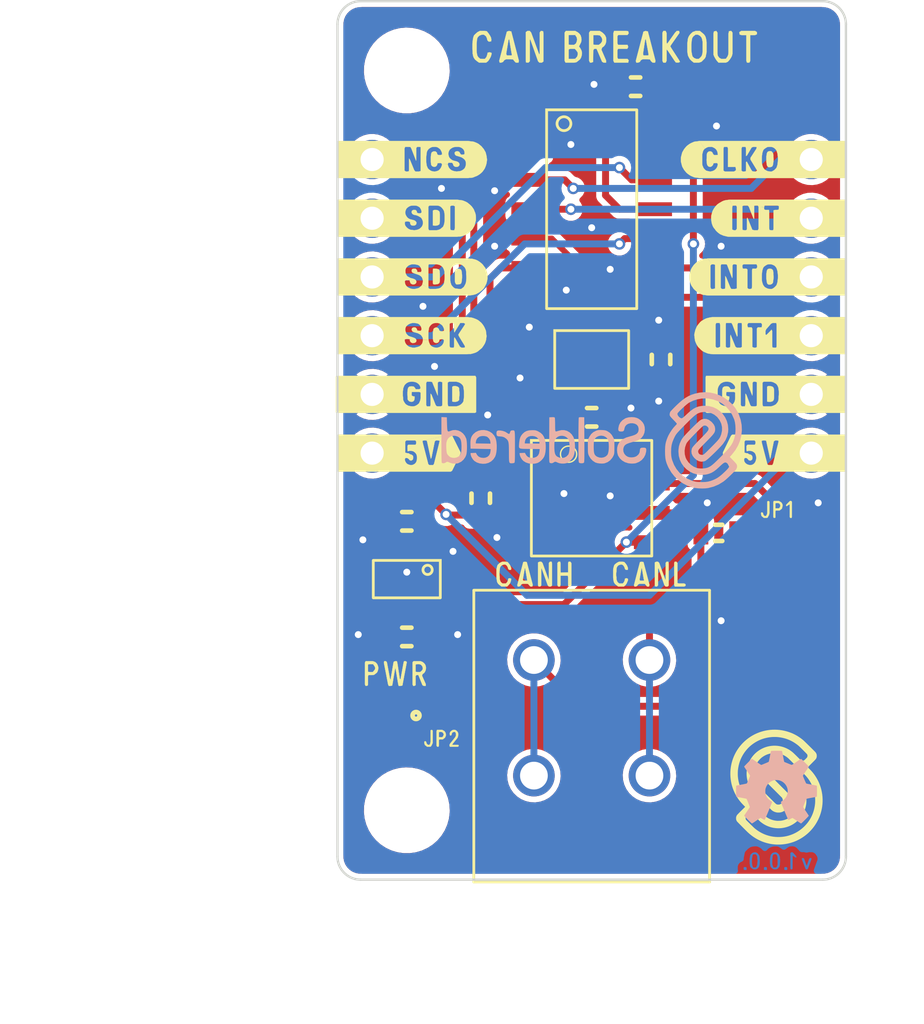
<source format=kicad_pcb>
(kicad_pcb (version 20210126) (generator pcbnew)
  (layers (0 "F.Cu" mixed) (31 "B.Cu" signal) (34 "B.Paste" user) (35 "F.Paste" user) (36 "B.SilkS" user "B.Silkscreen") (37 "F.SilkS" user "F.Silkscreen") (38 "B.Mask" user) (39 "F.Mask" user) (44 "Edge.Cuts" user))
  (net 0 "")
  (net 1 "OSC1")
  (net 2 "GND")
  (net 3 "Net-(C2-Pad2)")
  (net 4 "5V")
  (net 5 "3V3")
  (net 6 "Net-(JP1-Pad2)")
  (net 7 "CANH")
  (net 8 "CLKO")
  (net 9 "INT")
  (net 10 "INT0")
  (net 11 "INT1")
  (net 12 "nCS")
  (net 13 "SDI")
  (net 14 "SDO")
  (net 15 "SCK")
  (net 16 "CANL")
  (net 18 "RXD")
  (net 19 "TXD")
  (net 20 "Net-(D1-Pad1)")
  (net 21 "Net-(JP2-Pad2)")
  (footprint "buzzardLabel" (layer "F.Cu") (at 122.4 96.47)
    (fp_text reference "" (at 0 0) (layer "F.SilkS") (effects (font (size 1.27 1.27))))
    (fp_text value "" (at 0 0) (layer "F.SilkS") (effects (font (size 1.27 1.27))))
  )
  (footprint "e-radionica.com footprinti:0402R" (layer "F.Cu") (at 102.5 113.5 180)
    (fp_text reference "R2")
    (fp_text value "330R")
    (pad "1" smd rect (at -0.5 0 270) (size 0.64 0.54) (layers "F.Cu" "F.Paste" "F.Mask") (net 21 "Net-(JP2-Pad2)"))
    (pad "2" smd rect (at 0.5 0 270) (size 0.64 0.54) (layers "F.Cu" "F.Paste" "F.Mask") (net 20 "Net-(D1-Pad1)"))
  )
  (footprint "Soldered Graphics:Logo-Back-OSH-3.5mm" (layer "F.Cu") (at 119 116)
    (fp_text reference "G***" hide)
    (fp_text value "LOGO" hide)
  )
  (footprint "buzzardLabel" (layer "F.Cu") (at 122.4 91.39)
    (fp_text reference "" (at 0 0) (layer "F.SilkS") (effects (font (size 1.27 1.27))))
    (fp_text value "" (at 0 0) (layer "F.SilkS") (effects (font (size 1.27 1.27))))
  )
  (footprint "e-radionica.com footprinti:0603C" (layer "F.Cu") (at 111 100 180)
    (fp_text reference "C1")
    (fp_text value "22pF")
    (pad "1" smd rect (at -0.73 0 180) (size 0.66 1) (layers "F.Cu" "F.Paste" "F.Mask") (net 2 "GND"))
    (pad "2" smd rect (at 0.73 0 180) (size 0.66 1) (layers "F.Cu" "F.Paste" "F.Mask") (net 1 "OSC1"))
  )
  (footprint "e-radionica.com footprinti:HEADER_MALE_6X1" (layer "F.Cu") (at 101.5 95.2 90)
    (fp_text reference "K2")
    (fp_text value "HEADER_MALE_6X1")
    (pad "1" thru_hole circle (at -6.35 0 90) (size 1.7 1.7) (drill 1) (layers *.Cu *.Mask) (net 4 "5V"))
    (pad "2" thru_hole circle (at -3.81 0 90) (size 1.7 1.7) (drill 1) (layers *.Cu *.Mask) (net 2 "GND"))
    (pad "3" thru_hole circle (at -1.27 0 90) (size 1.7 1.7) (drill 1) (layers *.Cu *.Mask) (net 15 "SCK"))
    (pad "4" thru_hole circle (at 1.27 0 90) (size 1.7 1.7) (drill 1) (layers *.Cu *.Mask) (net 14 "SDO"))
    (pad "5" thru_hole circle (at 3.81 0 90) (size 1.7 1.7) (drill 1) (layers *.Cu *.Mask) (net 13 "SDI"))
    (pad "6" thru_hole circle (at 6.35 0 90) (size 1.7 1.7) (drill 1) (layers *.Cu *.Mask) (net 12 "nCS"))
  )
  (footprint "e-radionica.com footprinti:0603C" (layer "F.Cu") (at 103 104.5)
    (fp_text reference "C3")
    (fp_text value "2.2uF")
    (pad "1" smd rect (at -0.73 0) (size 0.66 1) (layers "F.Cu" "F.Paste" "F.Mask") (net 2 "GND"))
    (pad "2" smd rect (at 0.73 0) (size 0.66 1) (layers "F.Cu" "F.Paste" "F.Mask") (net 4 "5V"))
  )
  (footprint "buzzardLabel" (layer "F.Cu") (at 122.4 99.01)
    (fp_text reference "" (at 0 0) (layer "F.SilkS") (effects (font (size 1.27 1.27))))
    (fp_text value "" (at 0 0) (layer "F.SilkS") (effects (font (size 1.27 1.27))))
  )
  (footprint "buzzardLabel" (layer "F.Cu") (at 113.5 106.8)
    (fp_text reference "" (at 0 0) (layer "F.SilkS") (effects (font (size 1.27 1.27))))
    (fp_text value "" (at 0 0) (layer "F.SilkS") (effects (font (size 1.27 1.27))))
  )
  (footprint "buzzardLabel" (layer "F.Cu") (at 104.5 113.9)
    (fp_text reference "" (at 0 0) (layer "F.SilkS") (effects (font (size 1.27 1.27))))
    (fp_text value "" (at 0 0) (layer "F.SilkS") (effects (font (size 1.27 1.27))))
  )
  (footprint "e-radionica.com footprinti:SMD_JUMPER" (layer "F.Cu") (at 119 105 180)
    (fp_text reference "JP1")
    (fp_text value "SMD_JUMPER")
    (pad "1" smd rect (at -0.35 0 180) (size 0.5 1) (layers "F.Cu" "F.Mask") (net 7 "CANH"))
    (pad "2" smd rect (at 0.35 0 180) (size 0.5 1) (layers "F.Cu" "F.Mask") (net 6 "Net-(JP1-Pad2)"))
  )
  (footprint "e-radionica.com footprinti:0603C" (layer "F.Cu") (at 103 109.5)
    (fp_text reference "C5")
    (fp_text value "2.2uF")
    (pad "1" smd rect (at -0.73 0) (size 0.66 1) (layers "F.Cu" "F.Paste" "F.Mask") (net 2 "GND"))
    (pad "2" smd rect (at 0.73 0) (size 0.66 1) (layers "F.Cu" "F.Paste" "F.Mask") (net 5 "3V3"))
  )
  (footprint "buzzardLabel" (layer "F.Cu") (at 99.6 91.39)
    (fp_text reference "" (at 0 0) (layer "F.SilkS") (effects (font (size 1.27 1.27))))
    (fp_text value "" (at 0 0) (layer "F.SilkS") (effects (font (size 1.27 1.27))))
  )
  (footprint "e-radionica.com footprinti:HOLE_3.2mm" (layer "F.Cu") (at 103 117)
    (fp_text reference "H2" hide)
    (fp_text value "HOLE_3.2mm" hide)
    (pad "" np_thru_hole circle (at 0 0) (size 3.2 3.2) (drill 3.2) (layers F&B.Cu *.Mask))
  )
  (footprint "e-radionica.com footprinti:HOLE_3.2mm" (layer "F.Cu") (at 103 85)
    (fp_text reference "H1" hide)
    (fp_text value "HOLE_3.2mm" hide)
    (pad "" np_thru_hole circle (at 0 0) (size 3.2 3.2) (drill 3.2) (layers F&B.Cu *.Mask))
  )
  (footprint "buzzardLabel" (layer "F.Cu") (at 99.6 93.93)
    (fp_text reference "" (at 0 0) (layer "F.SilkS") (effects (font (size 1.27 1.27))))
    (fp_text value "" (at 0 0) (layer "F.SilkS") (effects (font (size 1.27 1.27))))
  )
  (footprint "e-radionica.com footprinti:FIDUCIAL_1MM_PASTE" (layer "F.Cu") (at 107 118)
    (fp_text reference "FD1")
    (fp_text value "Fiducial_Stencil")
    (pad "1" smd circle (at 0 0) (size 1 1) (property pad_prop_fiducial_glob) (layers "F.Cu" "F.Paste" "F.Mask"))
  )
  (footprint "e-radionica.com footprinti:0603C" (layer "F.Cu") (at 114 97.5 90)
    (fp_text reference "C2")
    (fp_text value "22pF")
    (pad "1" smd rect (at -0.73 0 90) (size 0.66 1) (layers "F.Cu" "F.Paste" "F.Mask") (net 2 "GND"))
    (pad "2" smd rect (at 0.73 0 90) (size 0.66 1) (layers "F.Cu" "F.Paste" "F.Mask") (net 3 "Net-(C2-Pad2)"))
  )
  (footprint "buzzardLabel" (layer "F.Cu") (at 119 104)
    (fp_text reference "" (at 0 0) (layer "F.SilkS") (effects (font (size 1.27 1.27))))
    (fp_text value "" (at 0 0) (layer "F.SilkS") (effects (font (size 1.27 1.27))))
  )
  (footprint "e-radionica.com footprinti:SOIC−8" (layer "F.Cu") (at 111 103.5)
    (fp_text reference "U3")
    (fp_text value "ATA6561-GAQW-N")
    (pad "1" smd rect (at -2.7 -1.905) (size 1.55 0.6) (layers "F.Cu" "F.Paste" "F.Mask") (net 19 "TXD"))
    (pad "2" smd rect (at -2.6 -0.635) (size 1.55 0.6) (layers "F.Cu" "F.Paste" "F.Mask") (net 2 "GND"))
    (pad "3" smd rect (at -2.6 0.635) (size 1.55 0.6) (layers "F.Cu" "F.Paste" "F.Mask") (net 4 "5V"))
    (pad "4" smd rect (at -2.6 1.905) (size 1.55 0.6) (layers "F.Cu" "F.Paste" "F.Mask") (net 18 "RXD"))
    (pad "5" smd rect (at 2.6 1.905) (size 1.55 0.6) (layers "F.Cu" "F.Paste" "F.Mask") (net 5 "3V3"))
    (pad "6" smd rect (at 2.6 0.635) (size 1.55 0.6) (layers "F.Cu" "F.Paste" "F.Mask") (net 16 "CANL"))
    (pad "7" smd rect (at 2.6 -0.635) (size 1.55 0.6) (layers "F.Cu" "F.Paste" "F.Mask") (net 7 "CANH"))
    (pad "8" smd rect (at 2.6 -1.905) (size 1.55 0.6) (layers "F.Cu" "F.Paste" "F.Mask") (net 2 "GND"))
  )
  (footprint "buzzardLabel" (layer "F.Cu") (at 122.4 93.93)
    (fp_text reference "" (at 0 0) (layer "F.SilkS") (effects (font (size 1.27 1.27))))
    (fp_text value "" (at 0 0) (layer "F.SilkS") (effects (font (size 1.27 1.27))))
  )
  (footprint "buzzardLabel" (layer "F.Cu") (at 102.5 111.1)
    (fp_text reference "" (at 0 0) (layer "F.SilkS") (effects (font (size 1.27 1.27))))
    (fp_text value "" (at 0 0) (layer "F.SilkS") (effects (font (size 1.27 1.27))))
  )
  (footprint "Soldered Graphics:Logo-Front-Soldered-5mm" (layer "F.Cu") (at 119 116)
    (fp_text reference "G***" hide)
    (fp_text value "LOGO" hide)
  )
  (footprint "buzzardLabel" (layer "F.Cu") (at 99.6 96.47)
    (fp_text reference "" (at 0 0) (layer "F.SilkS") (effects (font (size 1.27 1.27))))
    (fp_text value "" (at 0 0) (layer "F.SilkS") (effects (font (size 1.27 1.27))))
  )
  (footprint "buzzardLabel" (layer "F.Cu") (at 99.5275 99.01)
    (fp_text reference "" (at 0 0) (layer "F.SilkS") (effects (font (size 1.27 1.27))))
    (fp_text value "" (at 0 0) (layer "F.SilkS") (effects (font (size 1.27 1.27))))
  )
  (footprint "buzzardLabel" (layer "F.Cu") (at 99.6 101.55)
    (fp_text reference "" (at 0 0) (layer "F.SilkS") (effects (font (size 1.27 1.27))))
    (fp_text value "" (at 0 0) (layer "F.SilkS") (effects (font (size 1.27 1.27))))
  )
  (footprint "buzzardLabel" (layer "F.Cu") (at 122.4 101.55)
    (fp_text reference "" (at 0 0) (layer "F.SilkS") (effects (font (size 1.27 1.27))))
    (fp_text value "" (at 0 0) (layer "F.SilkS") (effects (font (size 1.27 1.27))))
  )
  (footprint "buzzardLabel" (layer "F.Cu") (at 108.5 106.8)
    (fp_text reference "" (at 0 0) (layer "F.SilkS") (effects (font (size 1.27 1.27))))
    (fp_text value "" (at 0 0) (layer "F.SilkS") (effects (font (size 1.27 1.27))))
  )
  (footprint "buzzardLabel" (layer "F.Cu") (at 99.6 88.85)
    (fp_text reference "" (at 0 0) (layer "F.SilkS") (effects (font (size 1.27 1.27))))
    (fp_text value "" (at 0 0) (layer "F.SilkS") (effects (font (size 1.27 1.27))))
  )
  (footprint "e-radionica.com footprinti:KRISTAL_3225__4_PAD" (layer "F.Cu") (at 111 97.5)
    (fp_text reference "X1")
    (fp_text value "40MHz")
    (pad "1" smd rect (at -1.1 0.8) (size 1.4 1.2) (layers "F.Cu" "F.Paste" "F.Mask") (net 1 "OSC1"))
    (pad "2" smd rect (at 1.1 0.8) (size 1.4 1.2) (layers "F.Cu" "F.Paste" "F.Mask") (net 2 "GND"))
    (pad "3" smd rect (at 1.1 -0.8) (size 1.4 1.2) (layers "F.Cu" "F.Paste" "F.Mask") (net 3 "Net-(C2-Pad2)"))
    (pad "4" smd rect (at -1.1 -0.8) (size 1.4 1.2) (layers "F.Cu" "F.Paste" "F.Mask") (net 2 "GND"))
  )
  (footprint "e-radionica.com footprinti:0603C" (layer "F.Cu") (at 106.2 103.5 90)
    (fp_text reference "C6")
    (fp_text value "0.1uF")
    (pad "1" smd rect (at -0.73 0 90) (size 0.66 1) (layers "F.Cu" "F.Paste" "F.Mask") (net 4 "5V"))
    (pad "2" smd rect (at 0.73 0 90) (size 0.66 1) (layers "F.Cu" "F.Paste" "F.Mask") (net 2 "GND"))
  )
  (footprint "e-radionica.com footprinti:0402LED" (layer "F.Cu") (at 102.5 112.3)
    (fp_text reference "D1")
    (fp_text value "purple")
    (pad "1" smd rect (at -0.55 0 90) (size 0.75 0.45) (layers "F.Cu" "F.Paste" "F.Mask") (net 20 "Net-(D1-Pad1)"))
    (pad "2" smd rect (at 0.55 0 90) (size 0.75 0.45) (layers "F.Cu" "F.Paste" "F.Mask") (net 2 "GND"))
  )
  (footprint "buzzardLabel" (layer "F.Cu") (at 122.4 88.85)
    (fp_text reference "" (at 0 0) (layer "F.SilkS") (effects (font (size 1.27 1.27))))
    (fp_text value "" (at 0 0) (layer "F.SilkS") (effects (font (size 1.27 1.27))))
  )
  (footprint "buzzardLabel" (layer "F.Cu") (at 112 84)
    (fp_text reference "" (at 0 0) (layer "F.SilkS") (effects (font (size 1.27 1.27))))
    (fp_text value "" (at 0 0) (layer "F.SilkS") (effects (font (size 1.27 1.27))))
  )
  (footprint "e-radionica.com footprinti:HEADER_MALE_6X1" (layer "F.Cu") (at 120.5 95.2 90)
    (fp_text reference "K1")
    (fp_text value "HEADER_MALE_6X1")
    (pad "1" thru_hole circle (at -6.35 0 90) (size 1.7 1.7) (drill 1) (layers *.Cu *.Mask) (net 4 "5V"))
    (pad "2" thru_hole circle (at -3.81 0 90) (size 1.7 1.7) (drill 1) (layers *.Cu *.Mask) (net 2 "GND"))
    (pad "3" thru_hole circle (at -1.27 0 90) (size 1.7 1.7) (drill 1) (layers *.Cu *.Mask) (net 11 "INT1"))
    (pad "4" thru_hole circle (at 1.27 0 90) (size 1.7 1.7) (drill 1) (layers *.Cu *.Mask) (net 10 "INT0"))
    (pad "5" thru_hole circle (at 3.81 0 90) (size 1.7 1.7) (drill 1) (layers *.Cu *.Mask) (net 9 "INT"))
    (pad "6" thru_hole circle (at 6.35 0 90) (size 1.7 1.7) (drill 1) (layers *.Cu *.Mask) (net 8 "CLKO"))
  )
  (footprint "e-radionica.com footprinti:SOIC-14" (layer "F.Cu") (at 111 91)
    (fp_text reference "U2")
    (fp_text value "MCP2518FD")
    (pad "1" smd rect (at -2.7 -3.81) (size 1.55 0.6) (layers "F.Cu" "F.Paste" "F.Mask") (net 19 "TXD"))
    (pad "2" smd rect (at -2.7 -2.54) (size 1.55 0.6) (layers "F.Cu" "F.Paste" "F.Mask") (net 18 "RXD"))
    (pad "3" smd rect (at -2.7 -1.27) (size 1.55 0.6) (layers "F.Cu" "F.Paste" "F.Mask") (net 8 "CLKO"))
    (pad "4" smd rect (at -2.7 0) (size 1.55 0.6) (layers "F.Cu" "F.Paste" "F.Mask") (net 9 "INT"))
    (pad "5" smd rect (at -2.7 1.27) (size 1.55 0.6) (layers "F.Cu" "F.Paste" "F.Mask") (net 3 "Net-(C2-Pad2)"))
    (pad "6" smd rect (at -2.7 2.54) (size 1.55 0.6) (layers "F.Cu" "F.Paste" "F.Mask") (net 1 "OSC1"))
    (pad "7" smd rect (at -2.7 3.81) (size 1.55 0.6) (layers "F.Cu" "F.Paste" "F.Mask") (net 2 "GND"))
    (pad "8" smd rect (at 2.7 3.81) (size 1.55 0.6) (layers "F.Cu" "F.Paste" "F.Mask") (net 11 "INT1"))
    (pad "9" smd rect (at 2.7 2.54) (size 1.55 0.6) (layers "F.Cu" "F.Paste" "F.Mask") (net 10 "INT0"))
    (pad "10" smd rect (at 2.7 1.27) (size 1.55 0.6) (layers "F.Cu" "F.Paste" "F.Mask") (net 15 "SCK"))
    (pad "11" smd rect (at 2.7 0) (size 1.55 0.6) (layers "F.Cu" "F.Paste" "F.Mask") (net 13 "SDI"))
    (pad "12" smd rect (at 2.7 -1.27) (size 1.55 0.6) (layers "F.Cu" "F.Paste" "F.Mask") (net 14 "SDO"))
    (pad "13" smd rect (at 2.7 -2.54) (size 1.55 0.6) (layers "F.Cu" "F.Paste" "F.Mask") (net 12 "nCS"))
    (pad "14" smd rect (at 2.7 -3.81) (size 1.55 0.6) (layers "F.Cu" "F.Paste" "F.Mask") (net 5 "3V3"))
  )
  (footprint "e-radionica.com footprinti:TERMINAL_KF235-5.0-2P" (layer "F.Cu") (at 111 113)
    (fp_text reference "K3")
    (fp_text value "TERMINAL_KF235-5.0-2P")
    (pad "1" thru_hole circle (at 2.5 -2.5) (size 1.8 1.8) (drill 1.2) (layers *.Cu *.Mask) (net 16 "CANL"))
    (pad "1" thru_hole circle (at 2.5 2.5) (size 1.8 1.8) (drill 1.2) (layers *.Cu *.Mask) (net 16 "CANL"))
    (pad "2" thru_hole circle (at -2.5 -2.5) (size 1.8 1.8) (drill 1.2) (layers *.Cu *.Mask) (net 7 "CANH"))
    (pad "2" thru_hole circle (at -2.5 2.5) (size 1.8 1.8) (drill 1.2) (layers *.Cu *.Mask) (net 7 "CANH"))
  )
  (footprint "e-radionica.com footprinti:0603C" (layer "F.Cu") (at 112.9 85.7)
    (fp_text reference "C4")
    (fp_text value "0.1uF")
    (pad "1" smd rect (at -0.73 0) (size 0.66 1) (layers "F.Cu" "F.Paste" "F.Mask") (net 2 "GND"))
    (pad "2" smd rect (at 0.73 0) (size 0.66 1) (layers "F.Cu" "F.Paste" "F.Mask") (net 5 "3V3"))
  )
  (footprint "Soldered Graphics:Logo-Back-SolderedFULL-13mm" (layer "F.Cu") (at 111 101)
    (fp_text reference "REF**" hide)
    (fp_text value "Logo-Front-SolderedFULL-13mm" hide)
  )
  (footprint "e-radionica.com footprinti:SOT-23-5" (layer "F.Cu") (at 103 107 -90)
    (fp_text reference "U1")
    (fp_text value "SE5218")
    (pad "1" smd rect (at -1.1 -0.95 270) (size 0.7 0.45) (layers "F.Cu" "F.Paste" "F.Mask") (net 4 "5V"))
    (pad "2" smd rect (at -1.1 0 270) (size 0.7 0.45) (layers "F.Cu" "F.Paste" "F.Mask") (net 2 "GND"))
    (pad "3" smd rect (at -1.1 0.95 270) (size 0.7 0.45) (layers "F.Cu" "F.Paste" "F.Mask") (net 4 "5V"))
    (pad "4" smd rect (at 1.1 0.95 270) (size 0.7 0.45) (layers "F.Cu" "F.Paste" "F.Mask"))
    (pad "5" smd rect (at 1.1 -0.95 270) (size 0.7 0.45) (layers "F.Cu" "F.Paste" "F.Mask") (net 5 "3V3"))
  )
  (footprint "e-radionica.com footprinti:0603R" (layer "F.Cu") (at 116.5 105 180)
    (fp_text reference "R1")
    (fp_text value "120R")
    (pad "1" smd rect (at -0.775 0 270) (size 1 0.64) (layers "F.Cu" "F.Paste" "F.Mask") (net 6 "Net-(JP1-Pad2)"))
    (pad "2" smd rect (at 0.775 0 270) (size 1 0.64) (layers "F.Cu" "F.Paste" "F.Mask") (net 16 "CANL"))
  )
  (footprint "e-radionica.com footprinti:SMD-JUMPER-CONNECTED_TRACE_NOSLODERMASK" (layer "F.Cu") (at 104.5 112.9 180)
    (fp_text reference "JP2")
    (fp_text value "SMD-JUMPER-CONNECTED_TRACE_NOSLODERMASK")
    (fp_poly (pts (xy 0.1 0.1) (xy -0.1 0.1) (xy -0.1 -0.1) (xy 0.1 -0.1)) (layer "F.Cu") (width 0.1) (fill solid))
    (pad "1" smd rect (at -0.35 0 180) (size 0.5 1) (layers "F.Cu") (net 5 "3V3"))
    (pad "2" smd rect (at 0.35 0 180) (size 0.5 1) (layers "F.Cu") (net 21 "Net-(JP2-Pad2)"))
  )
  (footprint "Soldered Graphics:Version1.0.0." (layer "B.Cu") (at 119 119.2 180)
    (fp_text reference "" (at 0 0) (layer "B.SilkS") (effects (font (size 1.27 1.27)) (justify mirror)))
    (fp_text value "" (at 0 0) (layer "B.SilkS") (effects (font (size 1.27 1.27)) (justify mirror)))
    (fp_poly (pts (xy -0.67 -0.35) (xy -0.62 -0.35) (xy -0.6 -0.31) (xy -0.6 0.35) (xy -0.64 0.38) (xy -0.69 0.38) (xy -0.73 0.34) (xy -0.84 0.22) (xy -0.86 0.17) (xy -0.83 0.16) (xy -0.73 0.22) (xy -0.69 0.23) (xy -0.69 -0.31) (xy -0.67 -0.35)) (layer "B.Cu") (width 0.01) (fill solid))
    (fp_poly (pts (xy 0.93 -0.35) (xy 0.99 -0.35) (xy 1.04 -0.33) (xy 1.01 -0.28) (xy 0.91 -0.28) (xy 0.87 -0.25) (xy 0.85 -0.2) (xy 0.83 -0.15) (xy 0.83 -0.11) (xy 0.82 0.01) (xy 0.83 0.13) (xy 0.83 0.17) (xy 0.84 0.22) (xy 0.87 0.27) (xy 0.9 0.3) (xy 1.01 0.3) (xy 1.04 0.26) (xy 1.05 0.21) (xy 1.06 0.15) (xy 1.07 0.05) (xy 1.07 -0.08) (xy 1.06 -0.12) (xy 1.06 -0.17) (xy 1.04 -0.22) (xy 1.02 -0.27) (xy 1.01 -0.28) (xy 1.05 -0.32) (xy 1.09 -0.29) (xy 1.12 -0.26) (xy 1.14 -0.22) (xy 1.15 -0.16) (xy 1.16 -0.11) (xy 1.16 -0.06) (xy 1.16 0.06) (xy 1.16 0.12) (xy 1.15 0.17) (xy 1.14 0.22) (xy 1.13 0.27) (xy 1.1 0.3) (xy 1.06 0.34) (xy 1.01 0.37) (xy 0.95 0.38) (xy 0.9 0.38) (xy 0.84 0.35) (xy 0.8 0.31) (xy 0.78 0.28) (xy 0.75 0.23) (xy 0.74 0.18) (xy 0.74 0.13) (xy 0.73 0.08) (xy 0.73 -0.04) (xy 0.73 -0.1) (xy 0.74 -0.14) (xy 0.75 -0.2) (xy 0.77 -0.25) (xy 0.79 -0.28) (xy 0.83 -0.32) (xy 0.89 -0.35) (xy 0.93 -0.35)) (layer "B.Cu") (width 0.01) (fill solid))
    (fp_poly (pts (xy 0.06 -0.35) (xy 0.11 -0.35) (xy 0.17 -0.33) (xy 0.13 -0.28) (xy 0.03 -0.28) (xy -0.01 -0.25) (xy -0.03 -0.2) (xy -0.05 -0.15) (xy -0.05 -0.11) (xy -0.05 0.01) (xy -0.05 0.13) (xy -0.05 0.17) (xy -0.03 0.22) (xy -0.01 0.27) (xy 0.02 0.3) (xy 0.13 0.3) (xy 0.16 0.26) (xy 0.18 0.21) (xy 0.18 0.15) (xy 0.19 0.05) (xy 0.19 -0.08) (xy 0.19 -0.12) (xy 0.18 -0.17) (xy 0.16 -0.22) (xy 0.14 -0.27) (xy 0.14 -0.28) (xy 0.17 -0.32) (xy 0.21 -0.29) (xy 0.24 -0.26) (xy 0.26 -0.22) (xy 0.27 -0.16) (xy 0.28 -0.11) (xy 0.28 -0.06) (xy 0.28 0.06) (xy 0.28 0.12) (xy 0.27 0.17) (xy 0.26 0.22) (xy 0.25 0.27) (xy 0.22 0.3) (xy 0.19 0.34) (xy 0.13 0.37) (xy 0.08 0.38) (xy 0.02 0.38) (xy -0.03 0.35) (xy -0.08 0.31) (xy -0.1 0.28) (xy -0.12 0.23) (xy -0.14 0.18) (xy -0.14 0.13) (xy -0.15 0.08) (xy -0.15 -0.04) (xy -0.14 -0.1) (xy -0.14 -0.14) (xy -0.13 -0.2) (xy -0.11 -0.25) (xy -0.08 -0.28) (xy -0.05 -0.32) (xy 0.01 -0.35) (xy 0.06 -0.35)) (layer "B.Cu") (width 0.01) (fill solid))
    (fp_poly (pts (xy -1.33 -0.35) (xy -1.27 -0.35) (xy -1.25 -0.31) (xy -1.09 0.1) (xy -1.11 0.13) (xy -1.16 0.13) (xy -1.19 0.1) (xy -1.28 -0.16) (xy -1.3 -0.21) (xy -1.32 -0.17) (xy -1.41 0.09) (xy -1.44 0.13) (xy -1.49 0.13) (xy -1.51 0.1) (xy -1.36 -0.31) (xy -1.33 -0.35)) (layer "B.Cu") (width 0.01) (fill solid))
    (fp_poly (pts (xy 1.31 -0.38) (xy 1.36 -0.38) (xy 1.41 -0.37) (xy 1.42 -0.33) (xy 1.42 -0.27) (xy 1.38 -0.26) (xy 1.33 -0.26) (xy 1.3 -0.29) (xy 1.3 -0.34) (xy 1.31 -0.38)) (layer "B.Cu") (width 0.01) (fill solid))
    (fp_poly (pts (xy -0.44 -0.38) (xy -0.39 -0.38) (xy -0.34 -0.37) (xy -0.34 -0.33) (xy -0.34 -0.27) (xy -0.38 -0.26) (xy -0.43 -0.26) (xy -0.46 -0.29) (xy -0.46 -0.34) (xy -0.44 -0.38)) (layer "B.Cu") (width 0.01) (fill solid))
    (fp_poly (pts (xy 0.43 -0.38) (xy 0.48 -0.38) (xy 0.54 -0.37) (xy 0.54 -0.33) (xy 0.54 -0.27) (xy 0.5 -0.26) (xy 0.45 -0.26) (xy 0.42 -0.29) (xy 0.42 -0.34) (xy 0.43 -0.38)) (layer "B.Cu") (width 0.01) (fill solid))
  )
  (gr_line (start 100 119) (end 100 83) (layer "Edge.Cuts") (width 0.1))
  (gr_arc (start 101 83) (end 101 82) (angle -90) (layer "Edge.Cuts") (width 0.1))
  (gr_arc (start 121 83) (end 121 82) (angle 90) (layer "Edge.Cuts") (width 0.1))
  (gr_arc (start 121 119) (end 121 120) (angle -90) (layer "Edge.Cuts") (width 0.1))
  (gr_line (start 121 120) (end 101 120) (layer "Edge.Cuts") (width 0.1))
  (gr_line (start 101 82) (end 121 82) (layer "Edge.Cuts") (width 0.1))
  (gr_line (start 122 83) (end 122 119) (layer "Edge.Cuts") (width 0.1))
  (gr_arc (start 101 119) (end 101 120) (angle 90) (layer "Edge.Cuts") (width 0.1))
  (segment (start 109 98.3) (end 109.9 98.3) (width 0.3) (layer "F.Cu") (net 1))
  (segment (start 107.06 93.54) (end 106.6 94) (width 0.3) (layer "F.Cu") (net 1))
  (segment (start 110.27 98.67) (end 109.9 98.3) (width 0.3) (layer "F.Cu") (net 1))
  (segment (start 108.3 93.54) (end 107.06 93.54) (width 0.3) (layer "F.Cu") (net 1))
  (segment (start 106.6 94) (end 106.6 95.9) (width 0.3) (layer "F.Cu") (net 1))
  (segment (start 110.27 100) (end 110.27 98.67) (width 0.3) (layer "F.Cu") (net 1))
  (segment (start 106.6 95.9) (end 109 98.3) (width 0.3) (layer "F.Cu") (net 1))
  (via (at 105 105.8) (size 0.5) (drill 0.3) (layers "F.Cu" "B.Cu") (net 2))
  (via (at 103 106.7) (size 0.5) (drill 0.3) (layers "F.Cu" "B.Cu") (net 2))
  (via (at 109.9 94.5) (size 0.5) (drill 0.3) (layers "F.Cu" "B.Cu") (net 2))
  (via (at 106.5 99.9) (size 0.5) (drill 0.3) (layers "F.Cu" "B.Cu") (net 2))
  (via (at 100.9 109.4) (size 0.5) (drill 0.3) (layers "F.Cu" "B.Cu") (net 2))
  (via (at 106.8 90.2) (size 0.5) (drill 0.3) (layers "F.Cu" "B.Cu") (net 2))
  (via (at 101.1 105.3) (size 0.5) (drill 0.3) (layers "F.Cu" "B.Cu") (net 2))
  (via (at 106.9 105.2) (size 0.5) (drill 0.3) (layers "F.Cu" "B.Cu") (net 2))
  (via (at 108.3 96.1) (size 0.5) (drill 0.3) (layers "F.Cu" "B.Cu") (net 2))
  (via (at 113.9 99.3) (size 0.5) (drill 0.3) (layers "F.Cu" "B.Cu") (net 2))
  (via (at 111 91.8) (size 0.5) (drill 0.3) (layers "F.Cu" "B.Cu") (net 2))
  (via (at 116.4 87.4) (size 0.5) (drill 0.3) (layers "F.Cu" "B.Cu") (net 2))
  (via (at 113.9 95.8) (size 0.5) (drill 0.3) (layers "F.Cu" "B.Cu") (net 2))
  (via (at 107.9 98.3) (size 0.5) (drill 0.3) (layers "F.Cu" "B.Cu") (net 2))
  (via (at 105.2 109.4) (size 0.5) (drill 0.3) (layers "F.Cu" "B.Cu") (net 2))
  (via (at 112.7 99.6) (size 0.5) (drill 0.3) (layers "F.Cu" "B.Cu") (net 2))
  (via (at 111.1 85.6) (size 0.5) (drill 0.3) (layers "F.Cu" "B.Cu") (net 2))
  (via (at 116 103.7) (size 0.5) (drill 0.3) (layers "F.Cu" "B.Cu") (net 2))
  (via (at 106.8 92.6) (size 0.5) (drill 0.3) (layers "F.Cu" "B.Cu") (net 2))
  (via (at 111.8 103.4) (size 0.5) (drill 0.3) (layers "F.Cu" "B.Cu") (net 2))
  (via (at 103.7 95.2) (size 0.5) (drill 0.3) (layers "F.Cu" "B.Cu") (net 2))
  (via (at 110.1 88.2) (size 0.5) (drill 0.3) (layers "F.Cu" "B.Cu") (net 2))
  (via (at 111.8 93.6) (size 0.5) (drill 0.3) (layers "F.Cu" "B.Cu") (net 2))
  (via (at 116.6 108.8) (size 0.5) (drill 0.3) (layers "F.Cu" "B.Cu") (net 2))
  (via (at 104.2 97.8) (size 0.5) (drill 0.3) (layers "F.Cu" "B.Cu") (net 2))
  (via (at 104.5 90.1) (size 0.5) (drill 0.3) (layers "F.Cu" "B.Cu") (net 2))
  (via (at 109.8 103.3) (size 0.5) (drill 0.3) (layers "F.Cu" "B.Cu") (net 2))
  (via (at 116.6 92.6) (size 0.5) (drill 0.3) (layers "F.Cu" "B.Cu") (net 2))
  (via (at 120.8 103.7) (size 0.5) (drill 0.3) (layers "F.Cu" "B.Cu") (net 2))
  (segment (start 109.27 92.27) (end 111.7 94.7) (width 0.254) (layer "F.Cu") (net 3))
  (segment (start 114 96.77) (end 112.17 96.77) (width 0.3) (layer "F.Cu") (net 3))
  (segment (start 112.17 96.77) (end 112.1 96.7) (width 0.3) (layer "F.Cu") (net 3))
  (segment (start 111.7 94.7) (end 111.7 96.3) (width 0.254) (layer "F.Cu") (net 3))
  (segment (start 108.3 92.27) (end 109.27 92.27) (width 0.254) (layer "F.Cu") (net 3))
  (segment (start 111.7 96.3) (end 112.1 96.7) (width 0.254) (layer "F.Cu") (net 3))
  (segment (start 103.95 105.15) (end 103.95 105.9) (width 0.3) (layer "F.Cu") (net 4))
  (segment (start 102.6 107.5) (end 103.5 107.5) (width 0.254) (layer "F.Cu") (net 4))
  (segment (start 103.73 103.23) (end 104.73 104.23) (width 0.3) (layer "F.Cu") (net 4))
  (segment (start 102.05 106.95) (end 102.6 107.5) (width 0.254) (layer "F.Cu") (net 4))
  (segment (start 106.295 104.135) (end 106.2 104.23) (width 0.3) (layer "F.Cu") (net 4))
  (segment (start 103.73 103.23) (end 103.73 104.5) (width 0.3) (layer "F.Cu") (net 4))
  (segment (start 102.05 105.9) (end 102.05 106.95) (width 0.254) (layer "F.Cu") (net 4))
  (segment (start 103.73 104.93) (end 103.95 105.15) (width 0.3) (layer "F.Cu") (net 4))
  (segment (start 102.05 101.55) (end 103.73 103.23) (width 0.3) (layer "F.Cu") (net 4))
  (segment (start 103.5 107.5) (end 103.95 107.05) (width 0.254) (layer "F.Cu") (net 4))
  (segment (start 103.73 104.5) (end 103.73 104.93) (width 0.3) (layer "F.Cu") (net 4))
  (segment (start 101.5 101.55) (end 101.5 101.6) (width 0.3) (layer "F.Cu") (net 4))
  (segment (start 104.73 104.23) (end 106.2 104.23) (width 0.3) (layer "F.Cu") (net 4))
  (segment (start 106.17 104.2) (end 106.2 104.23) (width 0.3) (layer "F.Cu") (net 4))
  (segment (start 103.95 107.05) (end 103.95 105.9) (width 0.254) (layer "F.Cu") (net 4))
  (segment (start 108.4 104.135) (end 106.295 104.135) (width 0.3) (layer "F.Cu") (net 4))
  (segment (start 101.5 101.55) (end 102.05 101.55) (width 0.3) (layer "F.Cu") (net 4))
  (via (at 104.7 104.2) (size 0.5) (drill 0.3) (layers "F.Cu" "B.Cu") (net 4))
  (segment (start 119.65 101.55) (end 113.5 107.7) (width 0.3) (layer "B.Cu") (net 4))
  (segment (start 120.5 101.55) (end 119.65 101.55) (width 0.3) (layer "B.Cu") (net 4))
  (segment (start 113.5 107.7) (end 108.2 107.7) (width 0.3) (layer "B.Cu") (net 4))
  (segment (start 108.2 107.7) (end 104.7 104.2) (width 0.3) (layer "B.Cu") (net 4))
  (segment (start 115.4 92.5) (end 115.4 86.3) (width 0.3) (layer "F.Cu") (net 5))
  (segment (start 104.85 111.35) (end 103.73 110.23) (width 0.254) (layer "F.Cu") (net 5))
  (segment (start 114.8 85.7) (end 113.63 85.7) (width 0.3) (layer "F.Cu") (net 5))
  (segment (start 103.73 109.5) (end 103.73 108.32) (width 0.3) (layer "F.Cu") (net 5))
  (segment (start 115.4 86.3) (end 114.8 85.7) (width 0.3) (layer "F.Cu") (net 5))
  (segment (start 113.63 85.7) (end 113.63 87.12) (width 0.3) (layer "F.Cu") (net 5))
  (segment (start 104.85 111.35) (end 104.85 112.9) (width 0.254) (layer "F.Cu") (net 5))
  (segment (start 103.95 108.1) (end 109.8 108.1) (width 0.3) (layer "F.Cu") (net 5))
  (segment (start 103.73 108.32) (end 103.95 108.1) (width 0.3) (layer "F.Cu") (net 5))
  (segment (start 103.73 110.23) (end 103.73 109.5) (width 0.254) (layer "F.Cu") (net 5))
  (segment (start 112.505 105.405) (end 113.6 105.405) (width 0.3) (layer "F.Cu") (net 5))
  (segment (start 112.5 105.4) (end 112.505 105.405) (width 0.3) (layer "F.Cu") (net 5))
  (segment (start 109.8 108.1) (end 112.5 105.4) (width 0.3) (layer "F.Cu") (net 5))
  (segment (start 113.63 87.12) (end 113.7 87.19) (width 0.3) (layer "F.Cu") (net 5))
  (via (at 115.4 92.5) (size 0.5) (drill 0.3) (layers "F.Cu" "B.Cu") (net 5))
  (via (at 112.5 105.4) (size 0.5) (drill 0.3) (layers "F.Cu" "B.Cu") (net 5))
  (segment (start 115.4 92.5) (end 115.4 95.6) (width 0.3) (layer "B.Cu") (net 5))
  (segment (start 115.4 102.5) (end 115.4 95.6) (width 0.3) (layer "B.Cu") (net 5))
  (segment (start 112.5 105.4) (end 115.4 102.5) (width 0.3) (layer "B.Cu") (net 5))
  (segment (start 118.65 105) (end 117.275 105) (width 0.3) (layer "F.Cu") (net 6))
  (segment (start 115.8 112.5) (end 119.35 108.95) (width 0.3) (layer "F.Cu") (net 7))
  (segment (start 110.5 112.5) (end 115.8 112.5) (width 0.3) (layer "F.Cu") (net 7))
  (segment (start 119.35 108.95) (end 119.35 105) (width 0.3) (layer "F.Cu") (net 7))
  (segment (start 118.065 102.865) (end 119.35 104.15) (width 0.3) (layer "F.Cu") (net 7))
  (segment (start 113.6 102.865) (end 118.065 102.865) (width 0.3) (layer "F.Cu") (net 7))
  (segment (start 119.35 104.15) (end 119.35 105) (width 0.3) (layer "F.Cu") (net 7))
  (segment (start 108.5 110.5) (end 110.5 112.5) (width 0.3) (layer "F.Cu") (net 7))
  (segment (start 108.5 110.5) (end 108.5 115.5) (width 0.3) (layer "B.Cu") (net 7))
  (segment (start 110.2 90.1) (end 109.83 89.73) (width 0.3) (layer "F.Cu") (net 8))
  (segment (start 109.83 89.73) (end 108.3 89.73) (width 0.3) (layer "F.Cu") (net 8))
  (via (at 110.2 90.1) (size 0.5) (drill 0.3) (layers "F.Cu" "B.Cu") (net 8))
  (segment (start 119.15 88.85) (end 120.5 88.85) (width 0.3) (layer "B.Cu") (net 8))
  (segment (start 110.2 90.1) (end 117.9 90.1) (width 0.3) (layer "B.Cu") (net 8))
  (segment (start 117.9 90.1) (end 119.15 88.85) (width 0.3) (layer "B.Cu") (net 8))
  (segment (start 110.1 91) (end 108.3 91) (width 0.3) (layer "F.Cu") (net 9))
  (via (at 110.1 91) (size 0.5) (drill 0.3) (layers "F.Cu" "B.Cu") (net 9))
  (segment (start 110.1 91) (end 120.11 91) (width 0.3) (layer "B.Cu") (net 9))
  (segment (start 120.11 91) (end 120.5 91.39) (width 0.3) (layer "B.Cu") (net 9))
  (segment (start 117.33 93.93) (end 116.94 93.54) (width 0.3) (layer "F.Cu") (net 10))
  (segment (start 120.5 93.93) (end 117.33 93.93) (width 0.3) (layer "F.Cu") (net 10))
  (segment (start 116.94 93.54) (end 113.7 93.54) (width 0.3) (layer "F.Cu") (net 10))
  (segment (start 118.1 96.4) (end 120.43 96.4) (width 0.3) (layer "F.Cu") (net 11))
  (segment (start 120.43 96.4) (end 120.5 96.47) (width 0.3) (layer "F.Cu") (net 11))
  (segment (start 113.7 94.81) (end 116.51 94.81) (width 0.3) (layer "F.Cu") (net 11))
  (segment (start 116.51 94.81) (end 118.1 96.4) (width 0.3) (layer "F.Cu") (net 11))
  (segment (start 113.7 88.46) (end 112.76 88.46) (width 0.3) (layer "F.Cu") (net 12))
  (segment (start 107.1 85.6) (end 103.85 88.85) (width 0.3) (layer "F.Cu") (net 12))
  (segment (start 109.9 85.6) (end 107.1 85.6) (width 0.3) (layer "F.Cu") (net 12))
  (segment (start 112.76 88.46) (end 109.9 85.6) (width 0.3) (layer "F.Cu") (net 12))
  (segment (start 103.85 88.85) (end 101.5 88.85) (width 0.3) (layer "F.Cu") (net 12))
  (segment (start 111.6 90.4) (end 112.2 91) (width 0.3) (layer "F.Cu") (net 13))
  (segment (start 112.2 91) (end 113.7 91) (width 0.3) (layer "F.Cu") (net 13))
  (segment (start 102.01 91.39) (end 107.2 86.2) (width 0.3) (layer "F.Cu") (net 13))
  (segment (start 109.5 86.2) (end 111.6 88.3) (width 0.3) (layer "F.Cu") (net 13))
  (segment (start 101.5 91.39) (end 102.01 91.39) (width 0.3) (layer "F.Cu") (net 13))
  (segment (start 107.2 86.2) (end 109.5 86.2) (width 0.3) (layer "F.Cu") (net 13))
  (segment (start 111.6 88.3) (end 111.6 90.4) (width 0.3) (layer "F.Cu") (net 13))
  (segment (start 112.73 89.73) (end 112.2 89.2) (width 0.3) (layer "F.Cu") (net 14))
  (segment (start 113.7 89.73) (end 112.73 89.73) (width 0.3) (layer "F.Cu") (net 14))
  (via (at 112.2 89.2) (size 0.5) (drill 0.3) (layers "F.Cu" "B.Cu") (net 14))
  (segment (start 104.27 93.93) (end 101.5 93.93) (width 0.3) (layer "B.Cu") (net 14))
  (segment (start 109 89.2) (end 104.27 93.93) (width 0.3) (layer "B.Cu") (net 14))
  (segment (start 112.2 89.2) (end 109 89.2) (width 0.3) (layer "B.Cu") (net 14))
  (segment (start 113.7 92.27) (end 112.43 92.27) (width 0.3) (layer "F.Cu") (net 15))
  (segment (start 112.43 92.27) (end 112.2 92.5) (width 0.3) (layer "F.Cu") (net 15))
  (via (at 112.2 92.5) (size 0.5) (drill 0.3) (layers "F.Cu" "B.Cu") (net 15))
  (segment (start 104.13 96.47) (end 101.5 96.47) (width 0.3) (layer "B.Cu") (net 15))
  (segment (start 112.2 92.5) (end 108.1 92.5) (width 0.3) (layer "B.Cu") (net 15))
  (segment (start 108.1 92.5) (end 104.13 96.47) (width 0.3) (layer "B.Cu") (net 15))
  (segment (start 113.5 110.5) (end 113.5 108.9) (width 0.3) (layer "F.Cu") (net 16))
  (segment (start 113.5 108.9) (end 115.725 106.675) (width 0.3) (layer "F.Cu") (net 16))
  (segment (start 113.6 104.135) (end 114.86 104.135) (width 0.3) (layer "F.Cu") (net 16))
  (segment (start 115.725 106.675) (end 115.725 105) (width 0.3) (layer "F.Cu") (net 16))
  (segment (start 114.86 104.135) (end 115.725 105) (width 0.3) (layer "F.Cu") (net 16))
  (segment (start 113.5 110.5) (end 113.5 115.5) (width 0.3) (layer "B.Cu") (net 16))
  (segment (start 105.9 89.9) (end 107.34 88.46) (width 0.3) (layer "F.Cu") (net 18))
  (segment (start 107.34 88.46) (end 108.3 88.46) (width 0.3) (layer "F.Cu") (net 18))
  (segment (start 105.9 97.4) (end 105.9 89.9) (width 0.3) (layer "F.Cu") (net 18))
  (segment (start 110.5 104.3) (end 110.5 102) (width 0.3) (layer "F.Cu") (net 18))
  (segment (start 109.395 105.405) (end 110.5 104.3) (width 0.3) (layer "F.Cu") (net 18))
  (segment (start 105.9 97.4) (end 105.9 96.9) (width 0.3) (layer "F.Cu") (net 18))
  (segment (start 110.5 102) (end 105.9 97.4) (width 0.3) (layer "F.Cu") (net 18))
  (segment (start 108.4 105.405) (end 109.395 105.405) (width 0.3) (layer "F.Cu") (net 18))
  (segment (start 107.41 87.19) (end 105.4 89.2) (width 0.3) (layer "F.Cu") (net 19))
  (segment (start 105.4 100.1) (end 106.895 101.595) (width 0.3) (layer "F.Cu") (net 19))
  (segment (start 108.3 87.19) (end 107.41 87.19) (width 0.3) (layer "F.Cu") (net 19))
  (segment (start 106.895 101.595) (end 108.3 101.595) (width 0.3) (layer "F.Cu") (net 19))
  (segment (start 105.4 89.2) (end 105.4 100.1) (width 0.3) (layer "F.Cu") (net 19))
  (segment (start 101.95 113.45) (end 102 113.5) (width 0.254) (layer "F.Cu") (net 20))
  (segment (start 101.95 112.3) (end 101.95 113.45) (width 0.254) (layer "F.Cu") (net 20))
  (segment (start 103 113.5) (end 103.55 113.5) (width 0.254) (layer "F.Cu") (net 21))
  (segment (start 103.55 113.5) (end 104.15 112.9) (width 0.254) (layer "F.Cu") (net 21))
  (zone (net 2) (net_name "GND") (layers F&B.Cu) (connect_pads (clearance 0.254)) (min_thickness 0.254) (fill yes (thermal_gap 0.254) (thermal_bridge_width 0.254))
    (polygon (pts (xy 122 120) (xy 100 120) (xy 100 82) (xy 122 82)))
  )
)
</source>
